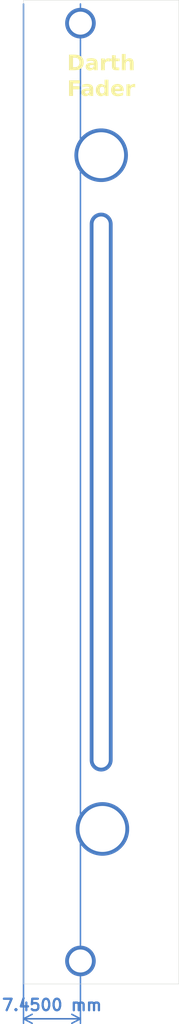
<source format=kicad_pcb>
(kicad_pcb (version 20240108) (generator "pcbnew") (generator_version "8.0")
  (layers (0 "F.Cu" signal) (31 "B.Cu" signal) (34 "B.Paste" user) (35 "F.Paste" user) (36 "B.SilkS" user "B.Silkscreen") (37 "F.SilkS" user "F.Silkscreen") (38 "B.Mask" user) (39 "F.Mask" user) (44 "Edge.Cuts" user))
  (net 0 "")
  (net 1 "GND")
  (footprint "" (layer "F.Cu") (at 138.16 99.25)
    (property "Reference" "" (at 0 0 0) (layer "F.SilkS") (effects (font (size 1.27 1.27))))
    (property "Value" "")
    (pad "S" thru_hole oval (at -5 -2) (size 3 73) (drill oval 2 72) (layers "*.Cu" "*.Mask") (net 1 "GND"))
  )
  (gr_rect (start 123 33) (end 143.32 161.5) (stroke (width 0.05)) (fill none) (layer "Edge.Cuts"))
  (gr_text "Darth\nFader" (at 133.16 43 0) (layer "F.SilkS") (effects (font (size 2 2) (thickness 0.3) (bold yes))))
  (dimension (type aligned) (layer "B.Cu") (pts (xy 123 33) (xy 130.45 33)) (height 133.05) (gr_text "7,4500 mm" (at 126.725 164.25 0) (layer "B.Cu") (effects (font (size 1.5 1.5) (thickness 0.3)))) (format (prefix "") (suffix "") (units 3) (units_format 1) (precision 4)) (style (thickness 0.2) (arrow_length 1.27) (text_position_mode 0) (extension_height 0.58642) (extension_offset 0.5) keep_text_aligned))
  (via (at 133.325 141.25) (size 7) (drill 6) (layers "F.Cu" "B.Cu") (net 1))
  (via (at 133.16 53.25) (size 7) (drill 6) (layers "F.Cu" "B.Cu") (net 1))
  (via (at 130.45 158.5) (size 4) (drill 3) (layers "F.Cu" "B.Cu") (net 1))
  (via (at 130.45 36) (size 4) (drill 3) (layers "F.Cu" "B.Cu") (net 1))
)
</source>
